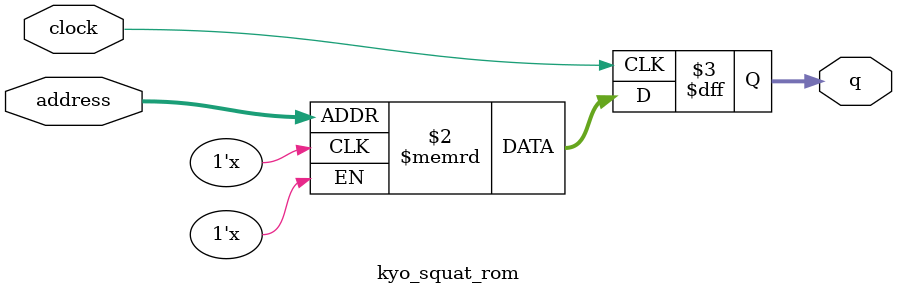
<source format=sv>
module kyo_squat_rom (
	input logic clock,
	input logic [12:0] address,
	output logic [2:0] q
);

logic [2:0] memory [0:5119] /* synthesis ram_init_file = "./kyo_squat/kyo_squat.COE" */;

always_ff @ (posedge clock) begin
	q <= memory[address];
end

endmodule

</source>
